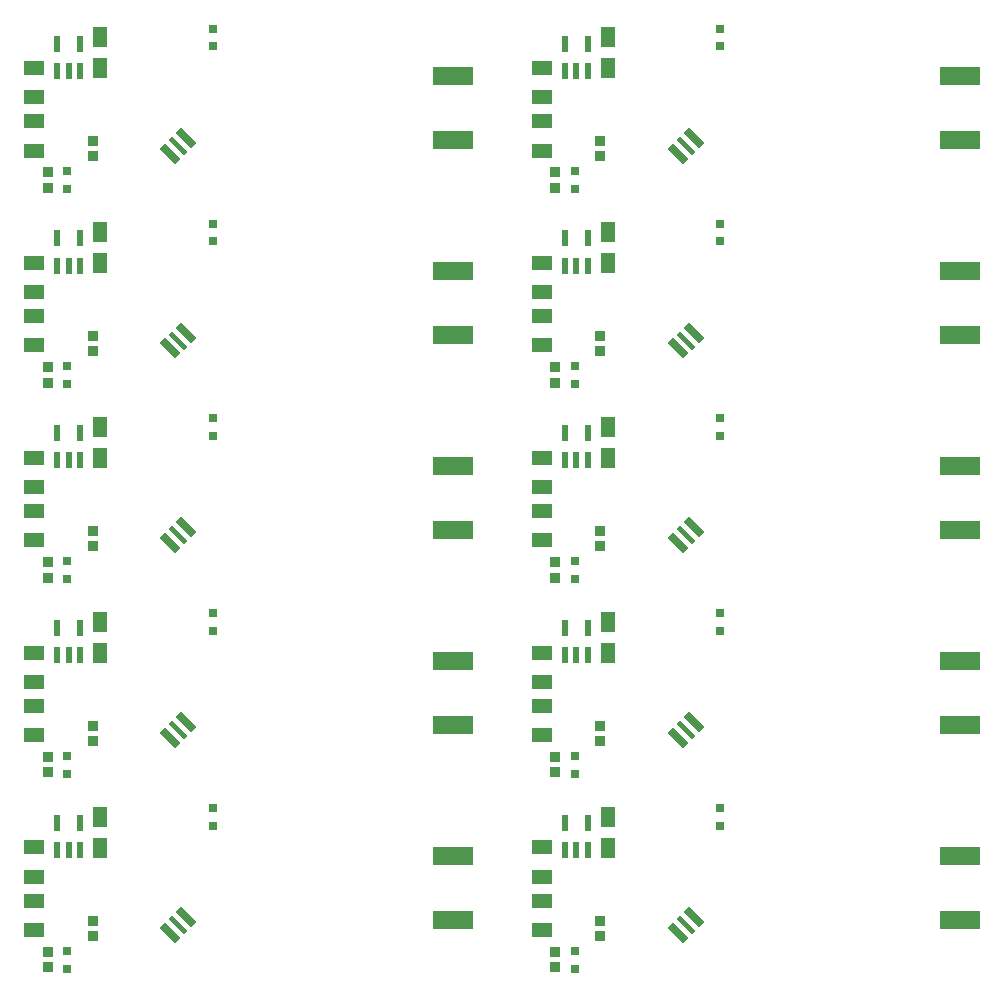
<source format=gbp>
G04*
G04 #@! TF.GenerationSoftware,Altium Limited,Altium Designer,22.10.1 (41)*
G04*
G04 Layer_Color=65280*
%FSTAX24Y24*%
%MOIN*%
G70*
G04*
G04 #@! TF.SameCoordinates,5BB37C8D-2695-4AAB-85CC-B91A701228BC*
G04*
G04*
G04 #@! TF.FilePolarity,Positive*
G04*
G01*
G75*
%ADD17R,0.1378X0.0591*%
%ADD29R,0.0374X0.0335*%
%ADD46R,0.0484X0.0709*%
%ADD47R,0.0315X0.0315*%
%ADD48R,0.0236X0.0520*%
G04:AMPARAMS|DCode=49|XSize=15.7mil|YSize=74.8mil|CornerRadius=0mil|HoleSize=0mil|Usage=FLASHONLY|Rotation=45.000|XOffset=0mil|YOffset=0mil|HoleType=Round|Shape=Rectangle|*
%AMROTATEDRECTD49*
4,1,4,0.0209,-0.0320,-0.0320,0.0209,-0.0209,0.0320,0.0320,-0.0209,0.0209,-0.0320,0.0*
%
%ADD49ROTATEDRECTD49*%

G04:AMPARAMS|DCode=50|XSize=23.6mil|YSize=74.8mil|CornerRadius=0mil|HoleSize=0mil|Usage=FLASHONLY|Rotation=45.000|XOffset=0mil|YOffset=0mil|HoleType=Round|Shape=Rectangle|*
%AMROTATEDRECTD50*
4,1,4,0.0181,-0.0348,-0.0348,0.0181,-0.0181,0.0348,0.0348,-0.0181,0.0181,-0.0348,0.0*
%
%ADD50ROTATEDRECTD50*%

%ADD51R,0.0669X0.0512*%
D17*
X033023Y017684D02*
D03*
Y015558D02*
D03*
X049952Y017684D02*
D03*
Y015558D02*
D03*
X033023Y02418D02*
D03*
Y022054D02*
D03*
X049952Y02418D02*
D03*
Y022054D02*
D03*
X033023Y030676D02*
D03*
Y02855D02*
D03*
X049952Y030676D02*
D03*
Y02855D02*
D03*
X033023Y037173D02*
D03*
Y035047D02*
D03*
X049952Y037173D02*
D03*
Y035047D02*
D03*
X033023Y043669D02*
D03*
Y041543D02*
D03*
X049952Y043669D02*
D03*
Y041543D02*
D03*
D29*
X021023Y015015D02*
D03*
Y015527D02*
D03*
X019523Y014477D02*
D03*
X019523Y013965D02*
D03*
X037952Y015015D02*
D03*
Y015527D02*
D03*
X036452Y014477D02*
D03*
X036452Y013965D02*
D03*
X021023Y021511D02*
D03*
Y022023D02*
D03*
X019523Y020973D02*
D03*
X019523Y020461D02*
D03*
X037952Y021511D02*
D03*
Y022023D02*
D03*
X036452Y020973D02*
D03*
X036452Y020461D02*
D03*
X021023Y028008D02*
D03*
Y028519D02*
D03*
X019523Y027469D02*
D03*
X019523Y026958D02*
D03*
X037952Y028008D02*
D03*
Y028519D02*
D03*
X036452Y027469D02*
D03*
X036452Y026958D02*
D03*
X021023Y034504D02*
D03*
Y035015D02*
D03*
X019523Y033965D02*
D03*
X019523Y033454D02*
D03*
X037952Y034504D02*
D03*
Y035015D02*
D03*
X036452Y033965D02*
D03*
X036452Y033454D02*
D03*
X021023Y041D02*
D03*
Y041511D02*
D03*
X019523Y040461D02*
D03*
X019523Y03995D02*
D03*
X037952Y041D02*
D03*
Y041511D02*
D03*
X036452Y040461D02*
D03*
X036452Y03995D02*
D03*
D46*
X021273Y017956D02*
D03*
Y018987D02*
D03*
X038202Y017956D02*
D03*
Y018987D02*
D03*
X021273Y024452D02*
D03*
Y025483D02*
D03*
X038202Y024452D02*
D03*
Y025483D02*
D03*
X021273Y030948D02*
D03*
Y031979D02*
D03*
X038202Y030948D02*
D03*
Y031979D02*
D03*
X021273Y037444D02*
D03*
Y038475D02*
D03*
X038202Y037444D02*
D03*
Y038475D02*
D03*
X021273Y04394D02*
D03*
Y044971D02*
D03*
X038202Y04394D02*
D03*
Y044971D02*
D03*
D47*
X025023Y018681D02*
D03*
Y019271D02*
D03*
X020173Y014517D02*
D03*
X020173Y013926D02*
D03*
X041952Y018681D02*
D03*
Y019271D02*
D03*
X037102Y014517D02*
D03*
X037102Y013926D02*
D03*
X025023Y025177D02*
D03*
Y025767D02*
D03*
X020173Y021013D02*
D03*
X020173Y020422D02*
D03*
X041952Y025177D02*
D03*
Y025767D02*
D03*
X037102Y021013D02*
D03*
X037102Y020422D02*
D03*
X025023Y031673D02*
D03*
Y032263D02*
D03*
X020173Y027509D02*
D03*
X020173Y026918D02*
D03*
X041952Y031673D02*
D03*
Y032263D02*
D03*
X037102Y027509D02*
D03*
X037102Y026918D02*
D03*
X025023Y038169D02*
D03*
Y03876D02*
D03*
X020173Y034005D02*
D03*
X020173Y033414D02*
D03*
X041952Y038169D02*
D03*
Y03876D02*
D03*
X037102Y034005D02*
D03*
X037102Y033414D02*
D03*
X025023Y044665D02*
D03*
Y045256D02*
D03*
X020173Y040501D02*
D03*
X020173Y03991D02*
D03*
X041952Y044665D02*
D03*
Y045256D02*
D03*
X037102Y040501D02*
D03*
X037102Y03991D02*
D03*
D48*
X020223Y017869D02*
D03*
X020597D02*
D03*
X019849D02*
D03*
Y018774D02*
D03*
X020597D02*
D03*
X037152Y017869D02*
D03*
X037526D02*
D03*
X036778D02*
D03*
Y018774D02*
D03*
X037526D02*
D03*
X020223Y024365D02*
D03*
X020597D02*
D03*
X019849D02*
D03*
Y02527D02*
D03*
X020597D02*
D03*
X037152Y024365D02*
D03*
X037526D02*
D03*
X036778D02*
D03*
Y02527D02*
D03*
X037526D02*
D03*
X020223Y030861D02*
D03*
X020597D02*
D03*
X019849D02*
D03*
Y031766D02*
D03*
X020597D02*
D03*
X037152Y030861D02*
D03*
X037526D02*
D03*
X036778D02*
D03*
Y031766D02*
D03*
X037526D02*
D03*
X020223Y037357D02*
D03*
X020597D02*
D03*
X019849D02*
D03*
Y038262D02*
D03*
X020597D02*
D03*
X037152Y037357D02*
D03*
X037526D02*
D03*
X036778D02*
D03*
Y038262D02*
D03*
X037526D02*
D03*
X020223Y043853D02*
D03*
X020597D02*
D03*
X019849D02*
D03*
Y044758D02*
D03*
X020597D02*
D03*
X037152Y043853D02*
D03*
X037526D02*
D03*
X036778D02*
D03*
Y044758D02*
D03*
X037526D02*
D03*
D49*
X023873Y015371D02*
D03*
X040802D02*
D03*
X023873Y021867D02*
D03*
X040802D02*
D03*
X023873Y028363D02*
D03*
X040802D02*
D03*
X023873Y03486D02*
D03*
X040802D02*
D03*
X023873Y041356D02*
D03*
X040802D02*
D03*
D50*
X023608Y015107D02*
D03*
X024137Y015636D02*
D03*
X040538Y015107D02*
D03*
X041067Y015636D02*
D03*
X023608Y021603D02*
D03*
X024137Y022132D02*
D03*
X040538Y021603D02*
D03*
X041067Y022132D02*
D03*
X023608Y028099D02*
D03*
X024137Y028628D02*
D03*
X040538Y028099D02*
D03*
X041067Y028628D02*
D03*
X023608Y034595D02*
D03*
X024137Y035124D02*
D03*
X040538Y034595D02*
D03*
X041067Y035124D02*
D03*
X023608Y041091D02*
D03*
X024137Y04162D02*
D03*
X040538Y041091D02*
D03*
X041067Y04162D02*
D03*
D51*
X019069Y017963D02*
D03*
Y015208D02*
D03*
Y016979D02*
D03*
Y016192D02*
D03*
X035998Y017963D02*
D03*
Y015208D02*
D03*
Y016979D02*
D03*
Y016192D02*
D03*
X019069Y02446D02*
D03*
Y021704D02*
D03*
Y023475D02*
D03*
Y022688D02*
D03*
X035998Y02446D02*
D03*
Y021704D02*
D03*
Y023475D02*
D03*
Y022688D02*
D03*
X019069Y030956D02*
D03*
Y0282D02*
D03*
Y029971D02*
D03*
Y029184D02*
D03*
X035998Y030956D02*
D03*
Y0282D02*
D03*
Y029971D02*
D03*
Y029184D02*
D03*
X019069Y037452D02*
D03*
Y034696D02*
D03*
Y036467D02*
D03*
Y03568D02*
D03*
X035998Y037452D02*
D03*
Y034696D02*
D03*
Y036467D02*
D03*
Y03568D02*
D03*
X019069Y043948D02*
D03*
Y041192D02*
D03*
Y042963D02*
D03*
Y042176D02*
D03*
X035998Y043948D02*
D03*
Y041192D02*
D03*
Y042963D02*
D03*
Y042176D02*
D03*
M02*

</source>
